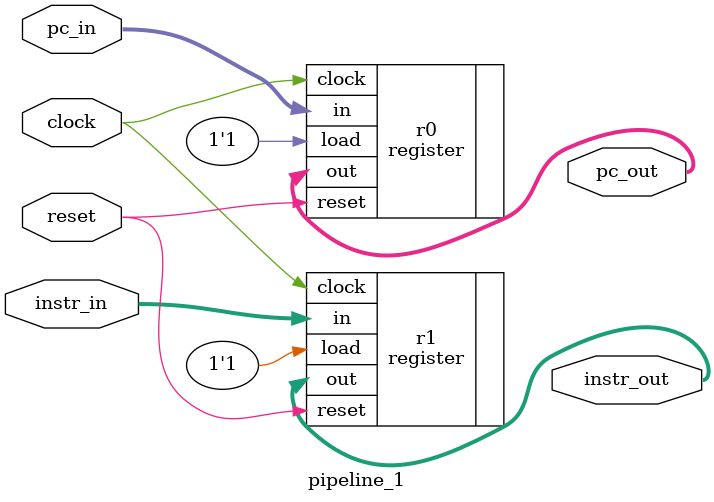
<source format=v>
`timescale 1ns/1ns
module pipeline_1 (clock, reset, pc_in, instr_in, pc_out, instr_out);

    input clock, reset;

    input [31:0] pc_in;
    input [31:0] instr_in;

    output [31:0] pc_out;
    output [31:0] instr_out;

    register #(32) r0(
        .in(pc_in),
        .out(pc_out),
        .load(1'd1),
        .clock(clock),
        .reset(reset)
    );

    register #(32) r1(
        .in(instr_in),
        .out(instr_out),
        .load(1'd1),
        .clock(clock),
        .reset(reset)
    );

endmodule

</source>
